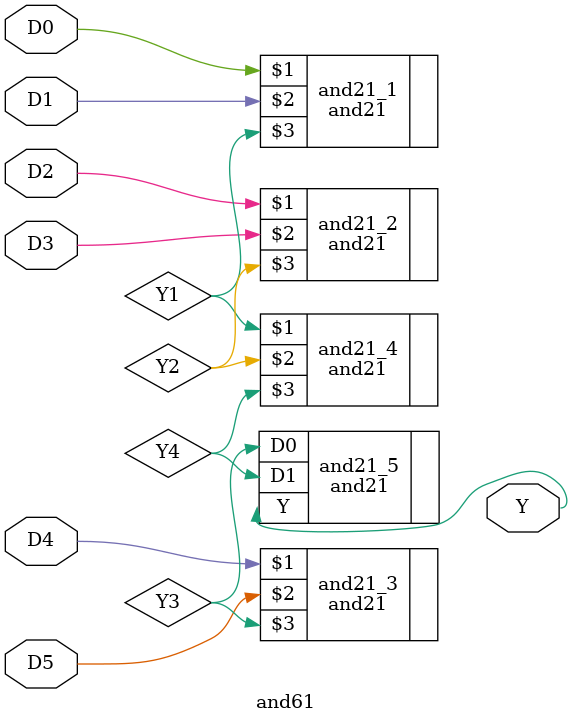
<source format=v>
module and61(
	input D0,D1,D2,D3,D4,D5,
	output Y
);
	wire Y1,Y2,Y3,Y4;


	and21 and21_1(D0,D1,Y1),
		  and21_2(D2,D3,Y2),
		  and21_3(D4,D5,Y3),
		  and21_4(Y1,Y2,Y4),
		  and21_5(.D0(Y3),.Y(Y),.D1(Y4));
endmodule
</source>
